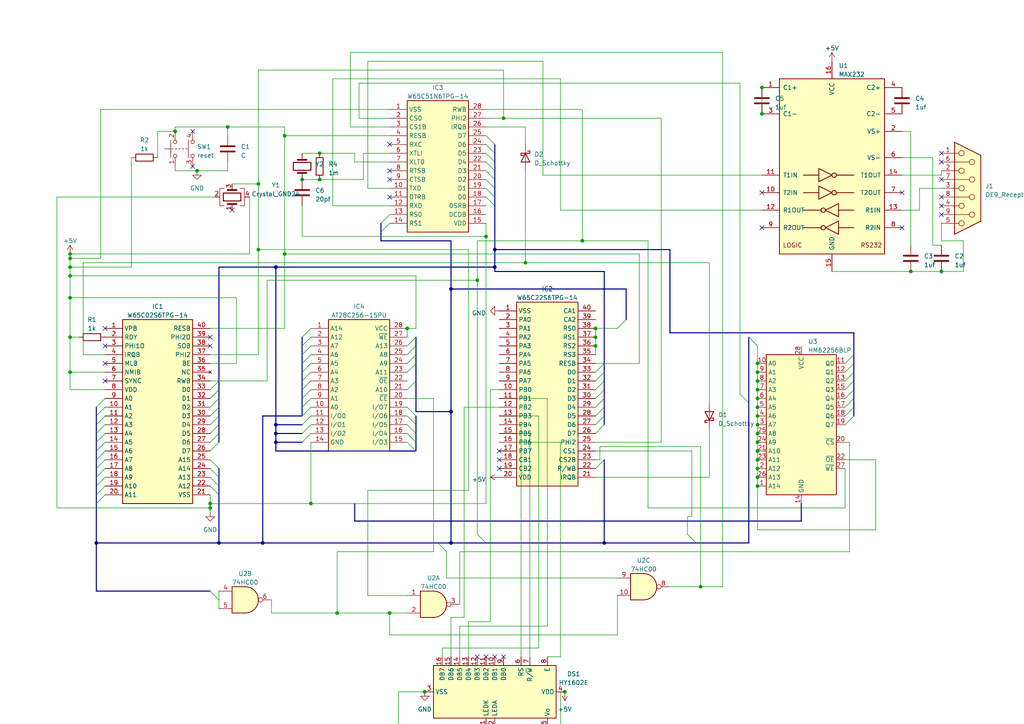
<source format=kicad_sch>
(kicad_sch (version 20230121) (generator eeschema)
  (paper "A4")
  (lib_symbols
    (symbol "74xx:74HC00" (pin_names (offset 1.016))
      (property "Reference" "U" (at 0 1.27 0))
      (property "Value" "74HC00" (at 0 -1.27 0))
      (symbol "74HC00_1_1"
        (pin input line (at -7.62 2.54 0) (length 3.81) (name "~") (number "1"))
        (pin input line (at -7.62 -2.54 0) (length 3.81) (name "~") (number "2"))
        (pin output inverted (at 7.62 0 180) (length 3.81) (name "~") (number "3"))
      )
      (symbol "74HC00_1_2"
        (pin input inverted (at -7.62 2.54 0) (length 4.318) (name "~") (number "1"))
        (pin input inverted (at -7.62 -2.54 0) (length 4.318) (name "~") (number "2"))
        (pin output line (at 7.62 0 180) (length 3.81) (name "~") (number "3"))
      )
      (symbol "74HC00_2_1"
        (pin input line (at -7.62 2.54 0) (length 3.81) (name "~") (number "4"))
        (pin input line (at -7.62 -2.54 0) (length 3.81) (name "~") (number "5"))
        (pin output inverted (at 7.62 0 180) (length 3.81) (name "~") (number "6"))
      )
      (symbol "74HC00_2_2"
        (pin input inverted (at -7.62 2.54 0) (length 4.318) (name "~") (number "4"))
        (pin input inverted (at -7.62 -2.54 0) (length 4.318) (name "~") (number "5"))
        (pin output line (at 7.62 0 180) (length 3.81) (name "~") (number "6"))
      )
      (symbol "74HC00_3_1"
        (pin input line (at -7.62 -2.54 0) (length 3.81) (name "~") (number "10"))
        (pin output inverted (at 7.62 0 180) (length 3.81) (name "~") (number "8"))
        (pin input line (at -7.62 2.54 0) (length 3.81) (name "~") (number "9"))
      )
      (symbol "74HC00_3_2"
        (pin input inverted (at -7.62 -2.54 0) (length 4.318) (name "~") (number "10"))
        (pin output line (at 7.62 0 180) (length 3.81) (name "~") (number "8"))
        (pin input inverted (at -7.62 2.54 0) (length 4.318) (name "~") (number "9"))
      )
      (symbol "74HC00_4_1"
        (pin output inverted (at 7.62 0 180) (length 3.81) (name "~") (number "11"))
        (pin input line (at -7.62 2.54 0) (length 3.81) (name "~") (number "12"))
        (pin input line (at -7.62 -2.54 0) (length 3.81) (name "~") (number "13"))
      )
      (symbol "74HC00_4_2"
        (pin output line (at 7.62 0 180) (length 3.81) (name "~") (number "11"))
        (pin input inverted (at -7.62 2.54 0) (length 4.318) (name "~") (number "12"))
        (pin input inverted (at -7.62 -2.54 0) (length 4.318) (name "~") (number "13"))
      )
      (symbol "74HC00_5_0"
        (pin power_in line (at 0 12.7 270) (length 5.08) (name "VCC") (number "14"))
        (pin power_in line (at 0 -12.7 90) (length 5.08) (name "GND") (number "7"))
      )
    )
    (symbol "Connector:DE9_Receptacle" (pin_names (offset 1.016) hide)
      (property "Reference" "J" (at 0 13.97 0))
      (property "Value" "DE9_Receptacle" (at 0 -14.605 0))
      (symbol "DE9_Receptacle_1_1"
        (pin passive line (at -7.62 10.16 0) (length 3.81) (name "1") (number "1"))
        (pin passive line (at -7.62 5.08 0) (length 3.81) (name "2") (number "2"))
        (pin passive line (at -7.62 0 0) (length 3.81) (name "3") (number "3"))
        (pin passive line (at -7.62 -5.08 0) (length 3.81) (name "4") (number "4"))
        (pin passive line (at -7.62 -10.16 0) (length 3.81) (name "5") (number "5"))
        (pin passive line (at -7.62 7.62 0) (length 3.81) (name "6") (number "6"))
        (pin passive line (at -7.62 2.54 0) (length 3.81) (name "7") (number "7"))
        (pin passive line (at -7.62 -2.54 0) (length 3.81) (name "8") (number "8"))
        (pin passive line (at -7.62 -7.62 0) (length 3.81) (name "9") (number "9"))
      )
    )
    (symbol "Device:C" (pin_numbers hide) (pin_names (offset 0.254))
      (property "Reference" "C" (at 0.635 2.54 0))
      (property "Value" "C" (at 0.635 -2.54 0))
      (symbol "C_1_1"
        (pin passive line (at 0 3.81 270) (length 2.794) (name "~") (number "1"))
        (pin passive line (at 0 -3.81 90) (length 2.794) (name "~") (number "2"))
      )
    )
    (symbol "Device:Crystal" (pin_numbers hide) (pin_names (offset 1.016) hide)
      (property "Reference" "Y" (at 0 3.81 0))
      (property "Value" "Crystal" (at 0 -3.81 0))
      (symbol "Crystal_1_1"
        (pin passive line (at -3.81 0 0) (length 1.27) (name "1") (number "1"))
        (pin passive line (at 3.81 0 180) (length 1.27) (name "2") (number "2"))
      )
    )
    (symbol "Device:Crystal_GND24" (pin_names (offset 1.016) hide)
      (property "Reference" "Y" (at 3.175 5.08 0))
      (property "Value" "Crystal_GND24" (at 3.175 3.175 0))
      (symbol "Crystal_GND24_1_1"
        (pin passive line (at -3.81 0 0) (length 1.27) (name "1") (number "1"))
        (pin passive line (at 0 5.08 270) (length 1.27) (name "2") (number "2"))
        (pin passive line (at 3.81 0 180) (length 1.27) (name "3") (number "3"))
        (pin passive line (at 0 -5.08 90) (length 1.27) (name "4") (number "4"))
      )
    )
    (symbol "Device:D_Schottky" (pin_numbers hide) (pin_names (offset 1.016) hide)
      (property "Reference" "D" (at 0 2.54 0))
      (property "Value" "D_Schottky" (at 0 -2.54 0))
      (symbol "D_Schottky_1_1"
        (pin passive line (at -3.81 0 0) (length 2.54) (name "K") (number "1"))
        (pin passive line (at 3.81 0 180) (length 2.54) (name "A") (number "2"))
      )
    )
    (symbol "Device:R" (pin_numbers hide) (pin_names (offset 0))
      (property "Reference" "R" (at 2.032 0 90))
      (property "Value" "R" (at 0 0 90))
      (symbol "R_1_1"
        (pin passive line (at 0 3.81 270) (length 1.27) (name "~") (number "1"))
        (pin passive line (at 0 -3.81 90) (length 1.27) (name "~") (number "2"))
      )
    )
    (symbol "Display_Character:HY1602E"
      (property "Reference" "DS" (at -6.096 19.05 0))
      (property "Value" "HY1602E" (at 5.08 19.05 0))
      (symbol "HY1602E_1_1"
        (pin passive line (at 10.16 -2.54 180) (length 2.54) (name "LEDK") (number "1"))
        (pin bidirectional line (at -10.16 0 0) (length 2.54) (name "DB1") (number "10"))
        (pin bidirectional line (at -10.16 -2.54 0) (length 2.54) (name "DB2") (number "11"))
        (pin bidirectional line (at -10.16 -5.08 0) (length 2.54) (name "DB3") (number "12"))
        (pin bidirectional line (at -10.16 -7.62 0) (length 2.54) (name "DB4") (number "13"))
        (pin bidirectional line (at -10.16 -10.16 0) (length 2.54) (name "DB5") (number "14"))
        (pin bidirectional line (at -10.16 -12.7 0) (length 2.54) (name "DB6") (number "15"))
        (pin bidirectional line (at -10.16 -15.24 0) (length 2.54) (name "DB7") (number "16"))
        (pin passive line (at 10.16 0 180) (length 2.54) (name "LEDA") (number "2"))
        (pin power_in line (at 0 -20.32 90) (length 2.54) (name "VSS") (number "3"))
        (pin power_in line (at 0 20.32 270) (length 2.54) (name "VDD") (number "4"))
        (pin input line (at 10.16 15.24 180) (length 2.54) (name "Vo") (number "5"))
        (pin input line (at -10.16 7.62 0) (length 2.54) (name "RS") (number "6"))
        (pin input line (at -10.16 10.16 0) (length 2.54) (name "R/~{W}") (number "7"))
        (pin input line (at -10.16 15.24 0) (length 2.54) (name "E") (number "8"))
        (pin bidirectional line (at -10.16 2.54 0) (length 2.54) (name "DB0") (number "9"))
      )
    )
    (symbol "Interface_UART:MAX232" (pin_names (offset 1.016))
      (property "Reference" "U" (at -2.54 28.575 0))
      (property "Value" "MAX232" (at -2.54 26.67 0))
      (symbol "MAX232_0_0"
        (text "LOGIC" (at -11.43 -22.86 0) (effects (font (size 1.27 1.27))))
        (text "RS232" (at 11.43 -22.86 0) (effects (font (size 1.27 1.27))))
      )
      (symbol "MAX232_1_1"
        (pin passive line (at -20.32 22.86 0) (length 5.08) (name "C1+") (number "1"))
        (pin input line (at -20.32 -7.62 0) (length 5.08) (name "T2IN") (number "10"))
        (pin input line (at -20.32 -2.54 0) (length 5.08) (name "T1IN") (number "11"))
        (pin output line (at -20.32 -12.7 0) (length 5.08) (name "R1OUT") (number "12"))
        (pin input line (at 20.32 -12.7 180) (length 5.08) (name "R1IN") (number "13"))
        (pin output line (at 20.32 -2.54 180) (length 5.08) (name "T1OUT") (number "14"))
        (pin power_in line (at 0 -30.48 90) (length 5.08) (name "GND") (number "15"))
        (pin power_in line (at 0 30.48 270) (length 5.08) (name "VCC") (number "16"))
        (pin power_out line (at 20.32 10.16 180) (length 5.08) (name "VS+") (number "2"))
        (pin passive line (at -20.32 15.24 0) (length 5.08) (name "C1-") (number "3"))
        (pin passive line (at 20.32 22.86 180) (length 5.08) (name "C2+") (number "4"))
        (pin passive line (at 20.32 15.24 180) (length 5.08) (name "C2-") (number "5"))
        (pin power_out line (at 20.32 2.54 180) (length 5.08) (name "VS-") (number "6"))
        (pin output line (at 20.32 -7.62 180) (length 5.08) (name "T2OUT") (number "7"))
        (pin input line (at 20.32 -17.78 180) (length 5.08) (name "R2IN") (number "8"))
        (pin output line (at -20.32 -17.78 0) (length 5.08) (name "R2OUT") (number "9"))
      )
    )
    (symbol "Memory_RAM:HM62256BLP"
      (property "Reference" "U" (at -10.16 20.955 0))
      (property "Value" "HM62256BLP" (at 2.54 20.955 0))
      (symbol "HM62256BLP_0_0"
        (pin power_in line (at 0 -22.86 90) (length 2.54) (name "GND") (number "14"))
        (pin power_in line (at 0 22.86 270) (length 2.54) (name "VCC") (number "28"))
      )
      (symbol "HM62256BLP_1_1"
        (pin input line (at -12.7 -17.78 0) (length 2.54) (name "A14") (number "1"))
        (pin input line (at -12.7 17.78 0) (length 2.54) (name "A0") (number "10"))
        (pin tri_state line (at 12.7 17.78 180) (length 2.54) (name "Q0") (number "11"))
        (pin tri_state line (at 12.7 15.24 180) (length 2.54) (name "Q1") (number "12"))
        (pin tri_state line (at 12.7 12.7 180) (length 2.54) (name "Q2") (number "13"))
        (pin tri_state line (at 12.7 10.16 180) (length 2.54) (name "Q3") (number "15"))
        (pin tri_state line (at 12.7 7.62 180) (length 2.54) (name "Q4") (number "16"))
        (pin tri_state line (at 12.7 5.08 180) (length 2.54) (name "Q5") (number "17"))
        (pin tri_state line (at 12.7 2.54 180) (length 2.54) (name "Q6") (number "18"))
        (pin tri_state line (at 12.7 0 180) (length 2.54) (name "Q7") (number "19"))
        (pin input line (at -12.7 -12.7 0) (length 2.54) (name "A12") (number "2"))
        (pin input line (at 12.7 -5.08 180) (length 2.54) (name "~{CS}") (number "20"))
        (pin input line (at -12.7 -7.62 0) (length 2.54) (name "A10") (number "21"))
        (pin input line (at 12.7 -10.16 180) (length 2.54) (name "~{OE}") (number "22"))
        (pin input line (at -12.7 -10.16 0) (length 2.54) (name "A11") (number "23"))
        (pin input line (at -12.7 -5.08 0) (length 2.54) (name "A9") (number "24"))
        (pin input line (at -12.7 -2.54 0) (length 2.54) (name "A8") (number "25"))
        (pin input line (at -12.7 -15.24 0) (length 2.54) (name "A13") (number "26"))
        (pin input line (at 12.7 -12.7 180) (length 2.54) (name "~{WE}") (number "27"))
        (pin input line (at -12.7 0 0) (length 2.54) (name "A7") (number "3"))
        (pin input line (at -12.7 2.54 0) (length 2.54) (name "A6") (number "4"))
        (pin input line (at -12.7 5.08 0) (length 2.54) (name "A5") (number "5"))
        (pin input line (at -12.7 7.62 0) (length 2.54) (name "A4") (number "6"))
        (pin input line (at -12.7 10.16 0) (length 2.54) (name "A3") (number "7"))
        (pin input line (at -12.7 12.7 0) (length 2.54) (name "A2") (number "8"))
        (pin input line (at -12.7 15.24 0) (length 2.54) (name "A1") (number "9"))
      )
    )
    (symbol "New_Library:AT28C256-15PU"
      (property "Reference" "IC" (at 24.13 7.62 0))
      (property "Value" "AT28C256-15PU" (at 24.13 5.08 0))
      (symbol "AT28C256-15PU_1_1"
        (pin passive line (at 0 0 0) (length 5.08) (name "A14") (number "1"))
        (pin passive line (at 0 -22.86 0) (length 5.08) (name "A0") (number "10"))
        (pin passive line (at 0 -25.4 0) (length 5.08) (name "I/O0") (number "11"))
        (pin passive line (at 0 -27.94 0) (length 5.08) (name "I/O1") (number "12"))
        (pin passive line (at 0 -30.48 0) (length 5.08) (name "I/O2") (number "13"))
        (pin passive line (at 0 -33.02 0) (length 5.08) (name "GND") (number "14"))
        (pin passive line (at 27.94 -33.02 180) (length 5.08) (name "I/O3") (number "15"))
        (pin passive line (at 27.94 -30.48 180) (length 5.08) (name "I/O4") (number "16"))
        (pin passive line (at 27.94 -27.94 180) (length 5.08) (name "I/O5") (number "17"))
        (pin passive line (at 27.94 -25.4 180) (length 5.08) (name "I/O6") (number "18"))
        (pin passive line (at 27.94 -22.86 180) (length 5.08) (name "I/O7") (number "19"))
        (pin passive line (at 0 -2.54 0) (length 5.08) (name "A12") (number "2"))
        (pin passive line (at 27.94 -20.32 180) (length 5.08) (name "~{CE}") (number "20"))
        (pin passive line (at 27.94 -17.78 180) (length 5.08) (name "A10") (number "21"))
        (pin passive line (at 27.94 -15.24 180) (length 5.08) (name "~{OE}") (number "22"))
        (pin passive line (at 27.94 -12.7 180) (length 5.08) (name "A11") (number "23"))
        (pin passive line (at 27.94 -10.16 180) (length 5.08) (name "A9") (number "24"))
        (pin passive line (at 27.94 -7.62 180) (length 5.08) (name "A8") (number "25"))
        (pin passive line (at 27.94 -5.08 180) (length 5.08) (name "A13") (number "26"))
        (pin passive line (at 27.94 -2.54 180) (length 5.08) (name "~{WE}") (number "27"))
        (pin passive line (at 27.94 0 180) (length 5.08) (name "VCC") (number "28"))
        (pin passive line (at 0 -5.08 0) (length 5.08) (name "A7") (number "3"))
        (pin passive line (at 0 -7.62 0) (length 5.08) (name "A6") (number "4"))
        (pin passive line (at 0 -10.16 0) (length 5.08) (name "A5") (number "5"))
        (pin passive line (at 0 -12.7 0) (length 5.08) (name "A4") (number "6"))
        (pin passive line (at 0 -15.24 0) (length 5.08) (name "A3") (number "7"))
        (pin passive line (at 0 -17.78 0) (length 5.08) (name "A2") (number "8"))
        (pin passive line (at 0 -20.32 0) (length 5.08) (name "A1") (number "9"))
      )
    )
    (symbol "New_Library:W65C02S6TPG-14"
      (property "Reference" "IC" (at 26.67 7.62 0))
      (property "Value" "W65C02S6TPG-14" (at 26.67 5.08 0))
      (symbol "W65C02S6TPG-14_1_1"
        (pin passive line (at 0 0 0) (length 5.08) (name "VPB") (number "1"))
        (pin output line (at 0 -22.86 0) (length 5.08) (name "A1") (number "10"))
        (pin output line (at 0 -25.4 0) (length 5.08) (name "A2") (number "11"))
        (pin output line (at 0 -27.94 0) (length 5.08) (name "A3") (number "12"))
        (pin output line (at 0 -30.48 0) (length 5.08) (name "A4") (number "13"))
        (pin output line (at 0 -33.02 0) (length 5.08) (name "A5") (number "14"))
        (pin output line (at 0 -35.56 0) (length 5.08) (name "A6") (number "15"))
        (pin output line (at 0 -38.1 0) (length 5.08) (name "A7") (number "16"))
        (pin output line (at 0 -40.64 0) (length 5.08) (name "A8") (number "17"))
        (pin output line (at 0 -43.18 0) (length 5.08) (name "A9") (number "18"))
        (pin output line (at 0 -45.72 0) (length 5.08) (name "A10") (number "19"))
        (pin passive line (at 0 -2.54 0) (length 5.08) (name "RDY") (number "2"))
        (pin output line (at 0 -48.26 0) (length 5.08) (name "A11") (number "20"))
        (pin power_in line (at 30.48 -48.26 180) (length 5.08) (name "VSS") (number "21"))
        (pin output line (at 30.48 -45.72 180) (length 5.08) (name "A12") (number "22"))
        (pin output line (at 30.48 -43.18 180) (length 5.08) (name "A13") (number "23"))
        (pin output line (at 30.48 -40.64 180) (length 5.08) (name "A14") (number "24"))
        (pin output line (at 30.48 -38.1 180) (length 5.08) (name "A15") (number "25"))
        (pin output line (at 30.48 -35.56 180) (length 5.08) (name "D7") (number "26"))
        (pin output line (at 30.48 -33.02 180) (length 5.08) (name "D6") (number "27"))
        (pin output line (at 30.48 -30.48 180) (length 5.08) (name "D5") (number "28"))
        (pin output line (at 30.48 -27.94 180) (length 5.08) (name "D4") (number "29"))
        (pin passive line (at 0 -5.08 0) (length 5.08) (name "PHI1O") (number "3"))
        (pin output line (at 30.48 -25.4 180) (length 5.08) (name "D3") (number "30"))
        (pin output line (at 30.48 -22.86 180) (length 5.08) (name "D2") (number "31"))
        (pin output line (at 30.48 -20.32 180) (length 5.08) (name "D1") (number "32"))
        (pin output line (at 30.48 -17.78 180) (length 5.08) (name "D0") (number "33"))
        (pin output line (at 30.48 -15.24 180) (length 5.08) (name "RWB") (number "34"))
        (pin no_connect line (at 30.48 -12.7 180) (length 5.08) (name "NC") (number "35"))
        (pin passive line (at 30.48 -10.16 180) (length 5.08) (name "BE") (number "36"))
        (pin passive line (at 30.48 -7.62 180) (length 5.08) (name "PHI2") (number "37"))
        (pin passive line (at 30.48 -5.08 180) (length 5.08) (name "SOB") (number "38"))
        (pin passive line (at 30.48 -2.54 180) (length 5.08) (name "PHI2O") (number "39"))
        (pin input line (at 0 -7.62 0) (length 5.08) (name "IRQB") (number "4"))
        (pin input line (at 30.48 0 180) (length 5.08) (name "RESB") (number "40"))
        (pin passive line (at 0 -10.16 0) (length 5.08) (name "MLB") (number "5"))
        (pin input line (at 0 -12.7 0) (length 5.08) (name "NMIB") (number "6"))
        (pin output line (at 0 -15.24 0) (length 5.08) (name "SYNC") (number "7"))
        (pin power_in line (at 0 -17.78 0) (length 5.08) (name "VDD") (number "8"))
        (pin output line (at 0 -20.32 0) (length 5.08) (name "A0") (number "9"))
      )
    )
    (symbol "New_Library:W65C22S6TPG-14"
      (property "Reference" "IC" (at 24.13 7.62 0))
      (property "Value" "W65C22S6TPG-14" (at 24.13 5.08 0))
      (symbol "W65C22S6TPG-14_1_1"
        (pin passive line (at 0 0 0) (length 5.08) (name "VSS") (number "1"))
        (pin passive line (at 0 -22.86 0) (length 5.08) (name "PB0") (number "10"))
        (pin passive line (at 0 -25.4 0) (length 5.08) (name "PB1") (number "11"))
        (pin passive line (at 0 -27.94 0) (length 5.08) (name "PB2") (number "12"))
        (pin passive line (at 0 -30.48 0) (length 5.08) (name "PB3") (number "13"))
        (pin passive line (at 0 -33.02 0) (length 5.08) (name "PB4") (number "14"))
        (pin passive line (at 0 -35.56 0) (length 5.08) (name "PB5") (number "15"))
        (pin passive line (at 0 -38.1 0) (length 5.08) (name "PB6") (number "16"))
        (pin passive line (at 0 -40.64 0) (length 5.08) (name "PB7") (number "17"))
        (pin passive line (at 0 -43.18 0) (length 5.08) (name "CB1") (number "18"))
        (pin passive line (at 0 -45.72 0) (length 5.08) (name "CB2") (number "19"))
        (pin passive line (at 0 -2.54 0) (length 5.08) (name "PA0") (number "2"))
        (pin passive line (at 0 -48.26 0) (length 5.08) (name "VDD") (number "20"))
        (pin passive line (at 27.94 -48.26 180) (length 5.08) (name "IRQB") (number "21"))
        (pin passive line (at 27.94 -45.72 180) (length 5.08) (name "R/WB") (number "22"))
        (pin passive line (at 27.94 -43.18 180) (length 5.08) (name "CS2B") (number "23"))
        (pin passive line (at 27.94 -40.64 180) (length 5.08) (name "CS1") (number "24"))
        (pin passive line (at 27.94 -38.1 180) (length 5.08) (name "PHI2") (number "25"))
        (pin passive line (at 27.94 -35.56 180) (length 5.08) (name "D7") (number "26"))
        (pin passive line (at 27.94 -33.02 180) (length 5.08) (name "D6") (number "27"))
        (pin passive line (at 27.94 -30.48 180) (length 5.08) (name "D5") (number "28"))
        (pin passive line (at 27.94 -27.94 180) (length 5.08) (name "D4") (number "29"))
        (pin passive line (at 0 -5.08 0) (length 5.08) (name "PA1") (number "3"))
        (pin passive line (at 27.94 -25.4 180) (length 5.08) (name "D3") (number "30"))
        (pin passive line (at 27.94 -22.86 180) (length 5.08) (name "D2") (number "31"))
        (pin passive line (at 27.94 -20.32 180) (length 5.08) (name "D1") (number "32"))
        (pin passive line (at 27.94 -17.78 180) (length 5.08) (name "D0") (number "33"))
        (pin passive line (at 27.94 -15.24 180) (length 5.08) (name "RESB") (number "34"))
        (pin passive line (at 27.94 -12.7 180) (length 5.08) (name "RS3") (number "35"))
        (pin passive line (at 27.94 -10.16 180) (length 5.08) (name "RS2") (number "36"))
        (pin passive line (at 27.94 -7.62 180) (length 5.08) (name "RS1") (number "37"))
        (pin passive line (at 27.94 -5.08 180) (length 5.08) (name "RS0") (number "38"))
        (pin passive line (at 27.94 -2.54 180) (length 5.08) (name "CA2") (number "39"))
        (pin passive line (at 0 -7.62 0) (length 5.08) (name "PA2") (number "4"))
        (pin passive line (at 27.94 0 180) (length 5.08) (name "CA1") (number "40"))
        (pin passive line (at 0 -10.16 0) (length 5.08) (name "PA3") (number "5"))
        (pin passive line (at 0 -12.7 0) (length 5.08) (name "PA4") (number "6"))
        (pin passive line (at 0 -15.24 0) (length 5.08) (name "PA5") (number "7"))
        (pin passive line (at 0 -17.78 0) (length 5.08) (name "PA6") (number "8"))
        (pin passive line (at 0 -20.32 0) (length 5.08) (name "PA7") (number "9"))
      )
    )
    (symbol "New_Library:W65C51N6TPG-14"
      (property "Reference" "IC" (at 24.13 7.62 0))
      (property "Value" "W65C51N6TPG-14" (at 24.13 5.08 0))
      (symbol "W65C51N6TPG-14_1_1"
        (pin passive line (at 0 0 0) (length 5.08) (name "VSS") (number "1"))
        (pin passive line (at 0 -22.86 0) (length 5.08) (name "TXD") (number "10"))
        (pin passive line (at 0 -25.4 0) (length 5.08) (name "DTRB") (number "11"))
        (pin passive line (at 0 -27.94 0) (length 5.08) (name "RXD") (number "12"))
        (pin passive line (at 0 -30.48 0) (length 5.08) (name "RS0") (number "13"))
        (pin passive line (at 0 -33.02 0) (length 5.08) (name "RS1") (number "14"))
        (pin passive line (at 27.94 -33.02 180) (length 5.08) (name "VDD") (number "15"))
        (pin passive line (at 27.94 -30.48 180) (length 5.08) (name "DCDB") (number "16"))
        (pin passive line (at 27.94 -27.94 180) (length 5.08) (name "DSRB") (number "17"))
        (pin passive line (at 27.94 -25.4 180) (length 5.08) (name "D0") (number "18"))
        (pin passive line (at 27.94 -22.86 180) (length 5.08) (name "D1") (number "19"))
        (pin passive line (at 0 -2.54 0) (length 5.08) (name "CS0") (number "2"))
        (pin passive line (at 27.94 -20.32 180) (length 5.08) (name "D2") (number "20"))
        (pin passive line (at 27.94 -17.78 180) (length 5.08) (name "D3") (number "21"))
        (pin passive line (at 27.94 -15.24 180) (length 5.08) (name "D4") (number "22"))
        (pin passive line (at 27.94 -12.7 180) (length 5.08) (name "D5") (number "23"))
        (pin passive line (at 27.94 -10.16 180) (length 5.08) (name "D6") (number "24"))
        (pin passive line (at 27.94 -7.62 180) (length 5.08) (name "D7") (number "25"))
        (pin passive line (at 27.94 -5.08 180) (length 5.08) (name "IRQB") (number "26"))
        (pin passive line (at 27.94 -2.54 180) (length 5.08) (name "PHI2") (number "27"))
        (pin passive line (at 27.94 0 180) (length 5.08) (name "RWB") (number "28"))
        (pin passive line (at 0 -5.08 0) (length 5.08) (name "CS1B") (number "3"))
        (pin passive line (at 0 -7.62 0) (length 5.08) (name "RESB") (number "4"))
        (pin passive line (at 0 -10.16 0) (length 5.08) (name "RXC") (number "5"))
        (pin passive line (at 0 -12.7 0) (length 5.08) (name "XTLI") (number "6"))
        (pin passive line (at 0 -15.24 0) (length 5.08) (name "XLT0") (number "7"))
        (pin passive line (at 0 -17.78 0) (length 5.08) (name "RTSB") (number "8"))
        (pin passive line (at 0 -20.32 0) (length 5.08) (name "CTSB") (number "9"))
      )
    )
    (symbol "Switch:SW_Push_Dual" (pin_names (offset 1.016) hide)
      (property "Reference" "SW" (at 1.27 2.54 0))
      (property "Value" "SW_Push_Dual" (at 0 -6.858 0))
      (symbol "SW_Push_Dual_0_1"
        (pin passive line (at -5.08 0 0) (length 2.54) (name "1") (number "1"))
        (pin passive line (at 5.08 0 180) (length 2.54) (name "2") (number "2"))
        (pin passive line (at -5.08 -5.08 0) (length 2.54) (name "3") (number "3"))
        (pin passive line (at 5.08 -5.08 180) (length 2.54) (name "4") (number "4"))
      )
    )
    (symbol "power:+5V" (power) (pin_names (offset 0))
      (property "Value" "+5V" (at 0 3.556 0))
      (symbol "+5V_1_1"
        (pin power_in line (at 0 0 90) (length 0) hide (name "+5V") (number "1"))
      )
    )
    (symbol "power:GND" (power) (pin_names (offset 0))
      (property "Value" "GND" (at 0 -3.81 0))
      (symbol "GND_1_1"
        (pin power_in line (at 0 0 270) (length 0) hide (name "GND") (number "1"))
      )
    )
  )
  (junction (at 172.72 97.79))
  (junction (at 219.71 110.49))
  (junction (at 90.17 146.05))
  (junction (at 87.63 52.07))
  (junction (at 219.71 128.27))
  (junction (at 74.93 53.34))
  (junction (at 219.71 138.43))
  (junction (at 80.01 125.73))
  (junction (at 203.2 170.18))
  (junction (at 175.26 157.48))
  (junction (at 172.72 100.33))
  (junction (at 27.94 157.48))
  (junction (at 20.32 74.93))
  (junction (at 130.81 157.48))
  (junction (at 60.96 147.32))
  (junction (at 143.51 77.47))
  (junction (at 20.32 107.95))
  (junction (at 92.71 44.45))
  (junction (at 273.05 78.74))
  (junction (at 20.32 97.79))
  (junction (at 20.32 80.01))
  (junction (at 57.15 49.53))
  (junction (at 219.71 130.81))
  (junction (at 219.71 133.35))
  (junction (at 264.16 78.74))
  (junction (at 63.5 157.48))
  (junction (at 118.11 95.25))
  (junction (at 140.97 68.58))
  (junction (at 163.83 200.66))
  (junction (at 82.55 73.66))
  (junction (at 113.03 177.8))
  (junction (at 80.01 123.19))
  (junction (at 60.96 146.05))
  (junction (at 219.71 125.73))
  (junction (at 220.98 25.4))
  (junction (at 219.71 105.41))
  (junction (at 20.32 86.36))
  (junction (at 172.72 95.25))
  (junction (at 219.71 123.19))
  (junction (at 219.71 113.03))
  (junction (at 82.55 39.37))
  (junction (at 50.8 38.1))
  (junction (at 152.4 76.2))
  (junction (at 138.43 81.28))
  (junction (at 219.71 140.97))
  (junction (at 146.05 34.29))
  (junction (at 74.93 72.39))
  (junction (at 219.71 118.11))
  (junction (at 92.71 52.07))
  (junction (at 66.04 36.83))
  (junction (at 140.97 226.06))
  (junction (at 219.71 135.89))
  (junction (at 130.81 119.38))
  (junction (at 219.71 115.57))
  (junction (at 123.19 200.66))
  (junction (at 219.71 107.95))
  (junction (at 76.2 157.48))
  (junction (at 20.32 73.66))
  (junction (at 168.91 69.85))
  (junction (at 130.81 83.82))
  (junction (at 220.98 33.02))
  (junction (at 219.71 120.65))
  (junction (at 97.79 177.8))
  (junction (at 80.01 77.47))
  (junction (at 20.32 77.47))
  (junction (at 143.51 72.39))
  (junction (at 80.01 128.27))
  (no_connect (at 30.48 110.49))
  (no_connect (at 273.05 52.07))
  (no_connect (at 273.05 57.15))
  (no_connect (at 113.03 41.91))
  (no_connect (at 55.88 48.26))
  (no_connect (at 143.51 190.5))
  (no_connect (at 113.03 57.15))
  (no_connect (at 146.05 190.5))
  (no_connect (at 220.98 66.04))
  (no_connect (at 144.78 135.89))
  (no_connect (at 144.78 130.81))
  (no_connect (at 30.48 100.33))
  (no_connect (at 140.97 190.5))
  (no_connect (at 60.96 97.79))
  (no_connect (at 30.48 95.25))
  (no_connect (at 144.78 133.35))
  (no_connect (at 67.31 60.96))
  (no_connect (at 220.98 55.88))
  (no_connect (at 273.05 46.99))
  (no_connect (at 55.88 38.1))
  (no_connect (at 60.96 100.33))
  (no_connect (at 113.03 52.07))
  (no_connect (at 261.62 55.88))
  (no_connect (at 162.56 226.06))
  (no_connect (at 273.05 62.23))
  (no_connect (at 113.03 49.53))
  (no_connect (at 273.05 44.45))
  (no_connect (at 261.62 66.04))
  (no_connect (at 138.43 190.5))
  (no_connect (at 30.48 105.41))
  (no_connect (at 273.05 59.69))
  (bus_entry (at 60.96 123.19) (size 2.54 -2.54))
  (bus_entry (at 27.94 118.11) (size 2.54 -2.54))
  (bus_entry (at 172.72 125.73) (size 2.54 -2.54))
  (bus_entry (at 118.11 102.87) (size 2.54 -2.54))
  (bus_entry (at 27.94 125.73) (size 2.54 -2.54))
  (bus_entry (at 118.11 120.65) (size 2.54 2.54))
  (bus_entry (at 27.94 138.43) (size 2.54 -2.54))
  (bus_entry (at 118.11 107.95) (size 2.54 -2.54))
  (bus_entry (at 118.11 125.73) (size 2.54 2.54))
  (bus_entry (at 172.72 135.89) (size 2.54 -2.54))
  (bus_entry (at 127 157.48) (size 2.54 2.54))
  (bus_entry (at 110.49 64.77) (size 2.54 -2.54))
  (bus_entry (at 90.17 120.65) (size -2.54 2.54))
  (bus_entry (at 140.97 44.45) (size 2.54 2.54))
  (bus_entry (at 60.96 135.89) (size 2.54 2.54))
  (bus_entry (at 90.17 118.11) (size -2.54 2.54))
  (bus_entry (at 90.17 102.87) (size -2.54 2.54))
  (bus_entry (at 90.17 97.79) (size -2.54 2.54))
  (bus_entry (at 27.94 140.97) (size 2.54 -2.54))
  (bus_entry (at 140.97 41.91) (size 2.54 2.54))
  (bus_entry (at 245.11 107.95) (size 2.54 -2.54))
  (bus_entry (at 90.17 113.03) (size -2.54 2.54))
  (bus_entry (at 27.94 123.19) (size 2.54 -2.54))
  (bus_entry (at 217.17 97.79) (size 2.54 2.54))
  (bus_entry (at 245.11 113.03) (size 2.54 -2.54))
  (bus_entry (at 118.11 128.27) (size 2.54 2.54))
  (bus_entry (at 140.97 49.53) (size 2.54 2.54))
  (bus_entry (at 172.72 110.49) (size 2.54 -2.54))
  (bus_entry (at 60.96 133.35) (size 2.54 2.54))
  (bus_entry (at 118.11 123.19) (size 2.54 2.54))
  (bus_entry (at 199.39 154.94) (size 2.54 2.54))
  (bus_entry (at 245.11 110.49) (size 2.54 -2.54))
  (bus_entry (at 60.96 115.57) (size 2.54 -2.54))
  (bus_entry (at 140.97 54.61) (size 2.54 2.54))
  (bus_entry (at 60.96 120.65) (size 2.54 -2.54))
  (bus_entry (at 245.11 118.11) (size 2.54 -2.54))
  (bus_entry (at 140.97 39.37) (size 2.54 2.54))
  (bus_entry (at 172.72 123.19) (size 2.54 -2.54))
  (bus_entry (at 140.97 57.15) (size 2.54 2.54))
  (bus_entry (at 60.96 140.97) (size 2.54 2.54))
  (bus_entry (at 27.94 135.89) (size 2.54 -2.54))
  (bus_entry (at 60.96 125.73) (size 2.54 -2.54))
  (bus_entry (at 27.94 143.51) (size 2.54 -2.54))
  (bus_entry (at 110.49 67.31) (size 2.54 -2.54))
  (bus_entry (at 245.11 115.57) (size 2.54 -2.54))
  (bus_entry (at 90.17 105.41) (size -2.54 2.54))
  (bus_entry (at 90.17 107.95) (size -2.54 2.54))
  (bus_entry (at 214.63 114.3) (size 2.54 2.54))
  (bus_entry (at 172.72 120.65) (size 2.54 -2.54))
  (bus_entry (at 140.97 46.99) (size 2.54 2.54))
  (bus_entry (at 172.72 113.03) (size 2.54 -2.54))
  (bus_entry (at 60.96 113.03) (size 2.54 -2.54))
  (bus_entry (at 60.96 130.81) (size 2.54 -2.54))
  (bus_entry (at 179.07 95.25) (size 2.54 -2.54))
  (bus_entry (at 60.96 138.43) (size 2.54 2.54))
  (bus_entry (at 60.96 118.11) (size 2.54 -2.54))
  (bus_entry (at 118.11 118.11) (size 2.54 2.54))
  (bus_entry (at 27.94 130.81) (size 2.54 -2.54))
  (bus_entry (at 90.17 125.73) (size -2.54 2.54))
  (bus_entry (at 90.17 95.25) (size -2.54 2.54))
  (bus_entry (at 27.94 128.27) (size 2.54 -2.54))
  (bus_entry (at 118.11 100.33) (size 2.54 -2.54))
  (bus_entry (at 245.11 105.41) (size 2.54 -2.54))
  (bus_entry (at 118.11 105.41) (size 2.54 -2.54))
  (bus_entry (at 90.17 110.49) (size -2.54 2.54))
  (bus_entry (at 27.94 146.05) (size 2.54 -2.54))
  (bus_entry (at 138.43 154.94) (size 2.54 2.54))
  (bus_entry (at 27.94 120.65) (size 2.54 -2.54))
  (bus_entry (at 245.11 123.19) (size 2.54 -2.54))
  (bus_entry (at 90.17 115.57) (size -2.54 2.54))
  (bus_entry (at 90.17 100.33) (size -2.54 2.54))
  (bus_entry (at 140.97 52.07) (size 2.54 2.54))
  (bus_entry (at 172.72 118.11) (size 2.54 -2.54))
  (bus_entry (at 172.72 107.95) (size 2.54 -2.54))
  (bus_entry (at 27.94 133.35) (size 2.54 -2.54))
  (bus_entry (at 118.11 113.03) (size 2.54 -2.54))
  (bus_entry (at 60.96 171.45) (size 2.54 2.54))
  (bus_entry (at 245.11 120.65) (size 2.54 -2.54))
  (bus_entry (at 172.72 115.57) (size 2.54 -2.54))
  (bus_entry (at 60.96 128.27) (size 2.54 -2.54))
  (bus_entry (at 90.17 123.19) (size -2.54 2.54))
  (bus (pts (xy 120.65 105.41) (xy 120.65 110.49)))
  (wire (pts (xy 156.21 187.96) (xy 128.27 187.96)))
  (wire (pts (xy 90.17 128.27) (xy 90.17 146.05)))
  (wire (pts (xy 102.87 44.45) (xy 92.71 44.45)))
  (wire (pts (xy 199.39 149.86) (xy 200.66 149.86)))
  (wire (pts (xy 60.96 110.49) (xy 63.5 110.49)))
  (bus (pts (xy 102.87 151.13) (xy 232.41 151.13)))
  (wire (pts (xy 152.4 76.2) (xy 205.74 76.2)))
  (wire (pts (xy 134.62 179.07) (xy 134.62 118.11)))
  (wire (pts (xy 162.56 60.96) (xy 162.56 22.86)))
  (wire (pts (xy 140.97 36.83) (xy 152.4 36.83)))
  (wire (pts (xy 214.63 24.13) (xy 214.63 114.3)))
  (wire (pts (xy 203.2 129.54) (xy 203.2 170.18)))
  (bus (pts (xy 175.26 120.65) (xy 175.26 123.19)))
  (bus (pts (xy 80.01 77.47) (xy 80.01 123.19)))
  (wire (pts (xy 162.56 200.66) (xy 163.83 200.66)))
  (wire (pts (xy 173.99 129.54) (xy 203.2 129.54)))
  (wire (pts (xy 254 153.67) (xy 254 133.35)))
  (wire (pts (xy 143.51 218.44) (xy 162.56 218.44)))
  (wire (pts (xy 57.15 49.53) (xy 66.04 49.53)))
  (wire (pts (xy 179.07 172.72) (xy 179.07 184.15)))
  (wire (pts (xy 152.4 36.83) (xy 152.4 41.91)))
  (bus (pts (xy 247.65 115.57) (xy 247.65 113.03)))
  (wire (pts (xy 138.43 81.28) (xy 138.43 154.94)))
  (bus (pts (xy 87.63 118.11) (xy 87.63 120.65)))
  (wire (pts (xy 172.72 97.79) (xy 172.72 95.25)))
  (bus (pts (xy 247.65 105.41) (xy 247.65 102.87)))
  (wire (pts (xy 146.05 34.29) (xy 146.05 20.32)))
  (wire (pts (xy 24.13 76.2) (xy 152.4 76.2)))
  (wire (pts (xy 50.8 48.26) (xy 50.8 49.53)))
  (bus (pts (xy 143.51 41.91) (xy 143.51 44.45)))
  (wire (pts (xy 135.89 180.34) (xy 135.89 190.5)))
  (wire (pts (xy 168.91 69.85) (xy 168.91 31.75)))
  (wire (pts (xy 219.71 113.03) (xy 219.71 115.57)))
  (bus (pts (xy 110.49 67.31) (xy 110.49 69.85)))
  (wire (pts (xy 172.72 138.43) (xy 205.74 138.43)))
  (wire (pts (xy 63.5 110.49) (xy 77.47 110.49)))
  (wire (pts (xy 38.1 45.72) (xy 38.1 77.47)))
  (wire (pts (xy 168.91 69.85) (xy 187.96 69.85)))
  (wire (pts (xy 106.68 172.72) (xy 106.68 142.24)))
  (wire (pts (xy 140.97 210.82) (xy 140.97 226.06)))
  (wire (pts (xy 175.26 105.41) (xy 185.42 105.41)))
  (wire (pts (xy 219.71 153.67) (xy 254 153.67)))
  (wire (pts (xy 16.51 147.32) (xy 60.96 147.32)))
  (bus (pts (xy 27.94 143.51) (xy 27.94 146.05)))
  (bus (pts (xy 143.51 77.47) (xy 143.51 78.74)))
  (wire (pts (xy 125.73 160.02) (xy 97.79 160.02)))
  (bus (pts (xy 120.65 123.19) (xy 120.65 125.73)))
  (wire (pts (xy 219.71 130.81) (xy 219.71 133.35)))
  (wire (pts (xy 77.47 81.28) (xy 138.43 81.28)))
  (wire (pts (xy 29.21 31.75) (xy 29.21 74.93)))
  (wire (pts (xy 118.11 95.25) (xy 118.11 97.79)))
  (wire (pts (xy 20.32 80.01) (xy 20.32 86.36)))
  (bus (pts (xy 76.2 120.65) (xy 76.2 157.48)))
  (wire (pts (xy 219.71 115.57) (xy 219.71 118.11)))
  (bus (pts (xy 87.63 115.57) (xy 87.63 118.11)))
  (wire (pts (xy 264.16 78.74) (xy 241.3 78.74)))
  (bus (pts (xy 120.65 97.79) (xy 120.65 100.33)))
  (bus (pts (xy 63.5 125.73) (xy 63.5 123.19)))
  (bus (pts (xy 247.65 110.49) (xy 247.65 107.95)))
  (wire (pts (xy 78.74 177.8) (xy 97.79 177.8)))
  (wire (pts (xy 66.04 36.83) (xy 50.8 36.83)))
  (bus (pts (xy 217.17 116.84) (xy 217.17 157.48)))
  (bus (pts (xy 63.5 123.19) (xy 63.5 120.65)))
  (bus (pts (xy 120.65 110.49) (xy 120.65 119.38)))
  (wire (pts (xy 144.78 125.73) (xy 153.67 125.73)))
  (wire (pts (xy 24.13 102.87) (xy 24.13 76.2)))
  (bus (pts (xy 63.5 143.51) (xy 63.5 157.48)))
  (wire (pts (xy 20.32 107.95) (xy 20.32 113.03)))
  (wire (pts (xy 209.55 170.18) (xy 203.2 170.18)))
  (bus (pts (xy 175.26 107.95) (xy 175.26 110.49)))
  (wire (pts (xy 270.51 45.72) (xy 270.51 71.12)))
  (bus (pts (xy 63.5 140.97) (xy 63.5 143.51)))
  (bus (pts (xy 175.26 118.11) (xy 175.26 120.65)))
  (wire (pts (xy 179.07 184.15) (xy 113.03 184.15)))
  (wire (pts (xy 153.67 125.73) (xy 153.67 190.5)))
  (wire (pts (xy 125.73 115.57) (xy 125.73 160.02)))
  (bus (pts (xy 247.65 118.11) (xy 247.65 115.57)))
  (bus (pts (xy 143.51 52.07) (xy 143.51 54.61)))
  (wire (pts (xy 16.51 57.15) (xy 16.51 147.32)))
  (bus (pts (xy 27.94 157.48) (xy 63.5 157.48)))
  (wire (pts (xy 144.78 128.27) (xy 162.56 128.27)))
  (bus (pts (xy 27.94 130.81) (xy 27.94 133.35)))
  (wire (pts (xy 113.03 46.99) (xy 102.87 46.99)))
  (wire (pts (xy 151.13 123.19) (xy 144.78 123.19)))
  (wire (pts (xy 82.55 39.37) (xy 113.03 39.37)))
  (wire (pts (xy 200.66 130.81) (xy 200.66 149.86)))
  (wire (pts (xy 20.32 97.79) (xy 22.86 97.79)))
  (wire (pts (xy 77.47 110.49) (xy 77.47 81.28)))
  (wire (pts (xy 104.14 24.13) (xy 214.63 24.13)))
  (bus (pts (xy 143.51 78.74) (xy 175.26 78.74)))
  (bus (pts (xy 130.81 119.38) (xy 130.81 83.82)))
  (wire (pts (xy 156.21 120.65) (xy 156.21 187.96)))
  (wire (pts (xy 20.32 113.03) (xy 30.48 113.03)))
  (bus (pts (xy 143.51 57.15) (xy 143.51 59.69)))
  (bus (pts (xy 247.65 96.52) (xy 194.31 96.52)))
  (wire (pts (xy 135.89 72.39) (xy 74.93 72.39)))
  (wire (pts (xy 172.72 133.35) (xy 173.99 133.35)))
  (wire (pts (xy 205.74 138.43) (xy 205.74 124.46)))
  (wire (pts (xy 134.62 118.11) (xy 144.78 118.11)))
  (wire (pts (xy 45.72 38.1) (xy 50.8 38.1)))
  (wire (pts (xy 261.62 50.8) (xy 273.05 50.8)))
  (bus (pts (xy 27.94 135.89) (xy 27.94 138.43)))
  (wire (pts (xy 20.32 74.93) (xy 20.32 77.47)))
  (bus (pts (xy 120.65 125.73) (xy 120.65 128.27)))
  (wire (pts (xy 78.74 173.99) (xy 78.74 177.8)))
  (bus (pts (xy 63.5 120.65) (xy 63.5 118.11)))
  (wire (pts (xy 135.89 142.24) (xy 135.89 72.39)))
  (bus (pts (xy 143.51 46.99) (xy 143.51 49.53)))
  (wire (pts (xy 106.68 54.61) (xy 113.03 54.61)))
  (bus (pts (xy 120.65 120.65) (xy 120.65 123.19)))
  (wire (pts (xy 82.55 95.25) (xy 60.96 95.25)))
  (bus (pts (xy 247.65 120.65) (xy 247.65 118.11)))
  (wire (pts (xy 144.78 113.03) (xy 142.24 113.03)))
  (wire (pts (xy 115.57 226.06) (xy 140.97 226.06)))
  (bus (pts (xy 130.81 83.82) (xy 130.81 69.85)))
  (bus (pts (xy 175.26 133.35) (xy 175.26 157.48)))
  (wire (pts (xy 128.27 187.96) (xy 128.27 190.5)))
  (bus (pts (xy 87.63 107.95) (xy 87.63 110.49)))
  (bus (pts (xy 120.65 128.27) (xy 120.65 130.81)))
  (wire (pts (xy 106.68 17.78) (xy 106.68 54.61)))
  (bus (pts (xy 120.65 102.87) (xy 120.65 105.41)))
  (wire (pts (xy 266.7 60.96) (xy 266.7 54.61)))
  (bus (pts (xy 175.26 105.41) (xy 175.26 107.95)))
  (wire (pts (xy 102.87 46.99) (xy 102.87 44.45)))
  (wire (pts (xy 62.23 57.15) (xy 16.51 57.15)))
  (bus (pts (xy 247.65 102.87) (xy 247.65 96.52)))
  (wire (pts (xy 140.97 34.29) (xy 146.05 34.29)))
  (bus (pts (xy 232.41 146.05) (xy 232.41 151.13)))
  (bus (pts (xy 27.94 133.35) (xy 27.94 135.89)))
  (bus (pts (xy 143.51 54.61) (xy 143.51 57.15)))
  (bus (pts (xy 27.94 120.65) (xy 27.94 123.19)))
  (wire (pts (xy 245.11 128.27) (xy 246.38 128.27)))
  (wire (pts (xy 120.65 80.01) (xy 120.65 95.25)))
  (wire (pts (xy 105.41 44.45) (xy 113.03 44.45)))
  (wire (pts (xy 152.4 49.53) (xy 152.4 76.2)))
  (wire (pts (xy 273.05 64.77) (xy 273.05 69.85)))
  (bus (pts (xy 143.51 59.69) (xy 143.51 72.39)))
  (wire (pts (xy 66.04 49.53) (xy 66.04 46.99)))
  (wire (pts (xy 140.97 64.77) (xy 140.97 68.58)))
  (wire (pts (xy 203.2 170.18) (xy 194.31 170.18)))
  (wire (pts (xy 219.71 105.41) (xy 219.71 107.95)))
  (bus (pts (xy 80.01 125.73) (xy 87.63 125.73)))
  (wire (pts (xy 130.81 190.5) (xy 130.81 179.07)))
  (bus (pts (xy 175.26 113.03) (xy 175.26 115.57)))
  (wire (pts (xy 219.71 123.19) (xy 219.71 125.73)))
  (bus (pts (xy 80.01 128.27) (xy 80.01 130.81)))
  (wire (pts (xy 209.55 15.24) (xy 209.55 170.18)))
  (bus (pts (xy 87.63 105.41) (xy 87.63 107.95)))
  (wire (pts (xy 187.96 147.32) (xy 187.96 69.85)))
  (bus (pts (xy 63.5 113.03) (xy 63.5 110.49)))
  (wire (pts (xy 97.79 177.8) (xy 113.03 177.8)))
  (bus (pts (xy 80.01 128.27) (xy 87.63 128.27)))
  (wire (pts (xy 20.32 73.66) (xy 20.32 74.93)))
  (bus (pts (xy 247.65 107.95) (xy 247.65 105.41)))
  (wire (pts (xy 50.8 36.83) (xy 50.8 38.1)))
  (wire (pts (xy 113.03 34.29) (xy 104.14 34.29)))
  (wire (pts (xy 29.21 74.93) (xy 20.32 74.93)))
  (bus (pts (xy 175.26 157.48) (xy 201.93 157.48)))
  (wire (pts (xy 38.1 77.47) (xy 20.32 77.47)))
  (wire (pts (xy 140.97 226.06) (xy 154.94 226.06)))
  (wire (pts (xy 162.56 22.86) (xy 96.52 22.86)))
  (wire (pts (xy 101.6 15.24) (xy 209.55 15.24)))
  (bus (pts (xy 127 157.48) (xy 130.81 157.48)))
  (wire (pts (xy 246.38 160.02) (xy 133.35 160.02)))
  (bus (pts (xy 130.81 69.85) (xy 110.49 69.85)))
  (wire (pts (xy 92.71 52.07) (xy 105.41 52.07)))
  (wire (pts (xy 245.11 147.32) (xy 187.96 147.32)))
  (wire (pts (xy 205.74 76.2) (xy 205.74 116.84)))
  (bus (pts (xy 87.63 100.33) (xy 87.63 102.87)))
  (wire (pts (xy 104.14 34.29) (xy 104.14 24.13)))
  (wire (pts (xy 142.24 180.34) (xy 135.89 180.34)))
  (wire (pts (xy 151.13 190.5) (xy 151.13 123.19)))
  (bus (pts (xy 87.63 113.03) (xy 87.63 115.57)))
  (bus (pts (xy 87.63 120.65) (xy 76.2 120.65)))
  (wire (pts (xy 87.63 68.58) (xy 140.97 68.58)))
  (bus (pts (xy 27.94 128.27) (xy 27.94 130.81)))
  (wire (pts (xy 92.71 44.45) (xy 87.63 44.45)))
  (bus (pts (xy 175.26 110.49) (xy 175.26 113.03)))
  (wire (pts (xy 82.55 73.66) (xy 185.42 73.66)))
  (wire (pts (xy 172.72 100.33) (xy 172.72 97.79)))
  (wire (pts (xy 264.16 38.1) (xy 264.16 71.12)))
  (wire (pts (xy 113.03 31.75) (xy 29.21 31.75)))
  (wire (pts (xy 172.72 102.87) (xy 172.72 100.33)))
  (bus (pts (xy 181.61 83.82) (xy 130.81 83.82)))
  (wire (pts (xy 220.98 60.96) (xy 162.56 60.96)))
  (wire (pts (xy 82.55 36.83) (xy 82.55 39.37)))
  (wire (pts (xy 60.96 147.32) (xy 60.96 148.59)))
  (wire (pts (xy 219.71 118.11) (xy 219.71 120.65)))
  (wire (pts (xy 45.72 45.72) (xy 45.72 38.1)))
  (wire (pts (xy 113.03 177.8) (xy 118.11 177.8)))
  (wire (pts (xy 219.71 138.43) (xy 219.71 140.97)))
  (bus (pts (xy 80.01 125.73) (xy 80.01 128.27)))
  (bus (pts (xy 194.31 96.52) (xy 194.31 72.39)))
  (bus (pts (xy 87.63 102.87) (xy 87.63 105.41)))
  (wire (pts (xy 273.05 78.74) (xy 264.16 78.74)))
  (wire (pts (xy 123.19 200.66) (xy 115.57 200.66)))
  (wire (pts (xy 158.75 181.61) (xy 133.35 181.61)))
  (wire (pts (xy 60.96 146.05) (xy 60.96 147.32)))
  (wire (pts (xy 270.51 71.12) (xy 273.05 71.12)))
  (wire (pts (xy 138.43 81.28) (xy 138.43 69.85)))
  (wire (pts (xy 254 133.35) (xy 245.11 133.35)))
  (wire (pts (xy 191.77 34.29) (xy 146.05 34.29)))
  (wire (pts (xy 261.62 60.96) (xy 266.7 60.96)))
  (wire (pts (xy 133.35 181.61) (xy 133.35 190.5)))
  (wire (pts (xy 172.72 130.81) (xy 200.66 130.81)))
  (wire (pts (xy 219.71 107.95) (xy 219.71 110.49)))
  (bus (pts (xy 63.5 110.49) (xy 63.5 77.47)))
  (wire (pts (xy 20.32 97.79) (xy 20.32 107.95)))
  (bus (pts (xy 80.01 123.19) (xy 80.01 125.73)))
  (wire (pts (xy 157.48 50.8) (xy 157.48 17.78)))
  (wire (pts (xy 105.41 52.07) (xy 105.41 44.45)))
  (wire (pts (xy 279.4 78.74) (xy 273.05 78.74)))
  (wire (pts (xy 96.52 59.69) (xy 113.03 59.69)))
  (wire (pts (xy 273.05 69.85) (xy 279.4 69.85)))
  (bus (pts (xy 63.5 135.89) (xy 63.5 138.43)))
  (wire (pts (xy 279.4 69.85) (xy 279.4 78.74)))
  (bus (pts (xy 27.94 138.43) (xy 27.94 140.97)))
  (wire (pts (xy 162.56 218.44) (xy 162.56 200.66)))
  (wire (pts (xy 168.91 31.75) (xy 140.97 31.75)))
  (wire (pts (xy 199.39 154.94) (xy 199.39 149.86)))
  (wire (pts (xy 173.99 133.35) (xy 173.99 129.54)))
  (bus (pts (xy 76.2 157.48) (xy 127 157.48)))
  (wire (pts (xy 63.5 171.45) (xy 63.5 173.99)))
  (wire (pts (xy 261.62 45.72) (xy 270.51 45.72)))
  (wire (pts (xy 118.11 172.72) (xy 106.68 172.72)))
  (wire (pts (xy 72.39 57.15) (xy 72.39 73.66)))
  (wire (pts (xy 143.51 210.82) (xy 143.51 218.44)))
  (wire (pts (xy 30.48 102.87) (xy 24.13 102.87)))
  (wire (pts (xy 246.38 128.27) (xy 246.38 160.02)))
  (wire (pts (xy 261.62 38.1) (xy 264.16 38.1)))
  (wire (pts (xy 158.75 115.57) (xy 158.75 181.61)))
  (wire (pts (xy 220.98 50.8) (xy 157.48 50.8)))
  (wire (pts (xy 68.58 86.36) (xy 20.32 86.36)))
  (bus (pts (xy 27.94 157.48) (xy 27.94 171.45)))
  (bus (pts (xy 110.49 64.77) (xy 110.49 67.31)))
  (wire (pts (xy 219.71 140.97) (xy 219.71 153.67)))
  (wire (pts (xy 130.81 179.07) (xy 134.62 179.07)))
  (wire (pts (xy 50.8 49.53) (xy 57.15 49.53)))
  (wire (pts (xy 172.72 95.25) (xy 179.07 95.25)))
  (wire (pts (xy 90.17 146.05) (xy 140.97 146.05)))
  (wire (pts (xy 63.5 173.99) (xy 63.5 176.53)))
  (wire (pts (xy 157.48 17.78) (xy 106.68 17.78)))
  (wire (pts (xy 118.11 115.57) (xy 125.73 115.57)))
  (wire (pts (xy 245.11 135.89) (xy 245.11 147.32)))
  (bus (pts (xy 194.31 72.39) (xy 143.51 72.39)))
  (wire (pts (xy 144.78 120.65) (xy 156.21 120.65)))
  (wire (pts (xy 72.39 73.66) (xy 20.32 73.66)))
  (wire (pts (xy 20.32 86.36) (xy 20.32 97.79)))
  (wire (pts (xy 113.03 184.15) (xy 113.03 177.8)))
  (bus (pts (xy 27.94 118.11) (xy 27.94 120.65)))
  (wire (pts (xy 219.71 110.49) (xy 219.71 113.03)))
  (wire (pts (xy 113.03 36.83) (xy 101.6 36.83)))
  (wire (pts (xy 67.31 53.34) (xy 74.93 53.34)))
  (bus (pts (xy 27.94 171.45) (xy 60.96 171.45)))
  (bus (pts (xy 63.5 77.47) (xy 80.01 77.47)))
  (wire (pts (xy 60.96 143.51) (xy 60.96 146.05)))
  (wire (pts (xy 20.32 107.95) (xy 30.48 107.95)))
  (wire (pts (xy 66.04 39.37) (xy 66.04 36.83)))
  (wire (pts (xy 219.71 120.65) (xy 219.71 123.19)))
  (bus (pts (xy 130.81 157.48) (xy 130.81 119.38)))
  (bus (pts (xy 130.81 157.48) (xy 140.97 157.48)))
  (bus (pts (xy 27.94 123.19) (xy 27.94 125.73)))
  (wire (pts (xy 101.6 36.83) (xy 101.6 15.24)))
  (bus (pts (xy 143.51 49.53) (xy 143.51 52.07)))
  (wire (pts (xy 273.05 50.8) (xy 273.05 49.53)))
  (wire (pts (xy 138.43 69.85) (xy 168.91 69.85)))
  (wire (pts (xy 97.79 160.02) (xy 97.79 177.8)))
  (wire (pts (xy 219.71 125.73) (xy 219.71 128.27)))
  (wire (pts (xy 144.78 115.57) (xy 158.75 115.57)))
  (wire (pts (xy 162.56 128.27) (xy 162.56 190.5)))
  (bus (pts (xy 80.01 77.47) (xy 143.51 77.47)))
  (wire (pts (xy 162.56 190.5) (xy 158.75 190.5)))
  (bus (pts (xy 175.26 78.74) (xy 175.26 105.41)))
  (wire (pts (xy 106.68 142.24) (xy 135.89 142.24)))
  (bus (pts (xy 87.63 110.49) (xy 87.63 113.03)))
  (bus (pts (xy 27.94 146.05) (xy 27.94 157.48)))
  (wire (pts (xy 179.07 167.64) (xy 129.54 167.64)))
  (wire (pts (xy 60.96 105.41) (xy 68.58 105.41)))
  (wire (pts (xy 266.7 54.61) (xy 273.05 54.61)))
  (bus (pts (xy 175.26 115.57) (xy 175.26 118.11)))
  (wire (pts (xy 140.97 68.58) (xy 140.97 146.05)))
  (wire (pts (xy 87.63 59.69) (xy 87.63 68.58)))
  (bus (pts (xy 87.63 123.19) (xy 80.01 123.19)))
  (wire (pts (xy 185.42 105.41) (xy 185.42 73.66)))
  (bus (pts (xy 63.5 115.57) (xy 63.5 113.03)))
  (wire (pts (xy 87.63 52.07) (xy 92.71 52.07)))
  (wire (pts (xy 219.71 100.33) (xy 219.71 105.41)))
  (bus (pts (xy 87.63 97.79) (xy 87.63 100.33)))
  (bus (pts (xy 140.97 157.48) (xy 175.26 157.48)))
  (bus (pts (xy 217.17 97.79) (xy 217.17 116.84)))
  (wire (pts (xy 68.58 105.41) (xy 68.58 86.36)))
  (bus (pts (xy 181.61 92.71) (xy 181.61 83.82)))
  (wire (pts (xy 120.65 80.01) (xy 20.32 80.01)))
  (wire (pts (xy 74.93 72.39) (xy 74.93 102.87)))
  (bus (pts (xy 201.93 157.48) (xy 217.17 157.48)))
  (bus (pts (xy 27.94 140.97) (xy 27.94 143.51)))
  (bus (pts (xy 120.65 100.33) (xy 120.65 102.87)))
  (bus (pts (xy 63.5 138.43) (xy 63.5 140.97)))
  (bus (pts (xy 102.87 146.05) (xy 102.87 151.13)))
  (bus (pts (xy 143.51 44.45) (xy 143.51 46.99)))
  (wire (pts (xy 60.96 146.05) (xy 90.17 146.05)))
  (bus (pts (xy 63.5 128.27) (xy 63.5 125.73)))
  (wire (pts (xy 74.93 53.34) (xy 74.93 72.39)))
  (bus (pts (xy 120.65 130.81) (xy 80.01 130.81)))
  (bus (pts (xy 63.5 157.48) (xy 76.2 157.48)))
  (wire (pts (xy 74.93 20.32) (xy 74.93 53.34)))
  (wire (pts (xy 219.71 133.35) (xy 219.71 135.89)))
  (wire (pts (xy 118.11 95.25) (xy 120.65 95.25)))
  (wire (pts (xy 82.55 73.66) (xy 82.55 95.25)))
  (bus (pts (xy 27.94 125.73) (xy 27.94 128.27)))
  (wire (pts (xy 219.71 128.27) (xy 219.71 130.81)))
  (wire (pts (xy 96.52 22.86) (xy 96.52 59.69)))
  (wire (pts (xy 142.24 113.03) (xy 142.24 180.34)))
  (wire (pts (xy 66.04 36.83) (xy 82.55 36.83)))
  (bus (pts (xy 247.65 113.03) (xy 247.65 110.49)))
  (wire (pts (xy 74.93 102.87) (xy 60.96 102.87)))
  (wire (pts (xy 220.98 33.02) (xy 220.98 25.4)))
  (wire (pts (xy 172.72 128.27) (xy 191.77 128.27)))
  (wire (pts (xy 172.72 105.41) (xy 175.26 105.41)))
  (wire (pts (xy 82.55 39.37) (xy 82.55 73.66)))
  (wire (pts (xy 115.57 200.66) (xy 115.57 226.06)))
  (wire (pts (xy 129.54 167.64) (xy 129.54 160.02)))
  (wire (pts (xy 219.71 135.89) (xy 219.71 138.43)))
  (wire (pts (xy 20.32 77.47) (xy 20.32 80.01)))
  (bus (pts (xy 63.5 118.11) (xy 63.5 115.57)))
  (wire (pts (xy 146.05 20.32) (xy 74.93 20.32)))
  (bus (pts (xy 143.51 72.39) (xy 143.51 77.47)))
  (wire (pts (xy 191.77 128.27) (xy 191.77 34.29)))
  (bus (pts (xy 120.65 119.38) (xy 130.81 119.38)))
  (wire (pts (xy 133.35 160.02) (xy 133.35 175.26)))
  (symbol (lib_id "power:GND") (at 144.78 90.17 270) (unit 1)
    (property "Reference" "#PWR05" (effects hide))
    (property "Value" "GND" (at 140.97 90.805 90) (effects (justify right)))
  )
  (symbol (lib_id "Device:C") (at 87.63 55.88 0) (unit 1)
    (property "Reference" "C6" (at 91.44 55.245 0) (effects (justify left)))
    (property "Value" "20pf" (at 91.44 57.785 0) (effects (justify left)))
  )
  (symbol (lib_id "Device:R") (at 158.75 226.06 90) (unit 1)
    (property "Reference" "R3" (at 158.75 220.98 90))
    (property "Value" "10k" (at 158.75 223.52 90))
  )
  (symbol (lib_id "Interface_UART:MAX232") (at 241.3 48.26 0) (unit 1)
    (property "Reference" "U1" (at 243.2559 19.05 0) (effects (justify left)))
    (property "Value" "MAX232" (at 243.2559 21.59 0) (effects (justify left)))
    (property "Datasheet" "http://www.ti.com/lit/ds/symlink/max232.pdf" (effects hide))
  )
  (symbol (lib_id "Device:Crystal_GND24") (at 67.31 57.15 90) (unit 1)
    (property "Reference" "Y1" (at 80.01 53.7211 90))
    (property "Value" "Crystal_GND24" (at 80.01 56.2611 90))
  )
  (symbol (lib_id "74xx:74HC00") (at 186.69 170.18 0) (unit 3)
    (property "Reference" "U2" (at 186.6817 162.56 0))
    (property "Value" "74HC00" (at 186.6817 165.1 0))
    (property "Datasheet" "http://www.ti.com/lit/gpn/sn74hc00" (effects hide))
  )
  (symbol (lib_id "Memory_RAM:HM62256BLP") (at 232.41 123.19 0) (unit 1)
    (property "Reference" "U3" (at 234.3659 99.06 0) (effects (justify left)))
    (property "Value" "HM62256BLP" (at 234.3659 101.6 0) (effects (justify left)))
    (property "Footprint" "Package_DIP:DIP-28_W15.24mm" (effects hide))
    (property "Datasheet" "https://web.mit.edu/6.115/www/document/62256.pdf" (effects hide))
  )
  (symbol (lib_id "power:GND") (at 57.15 49.53 0) (unit 1)
    (property "Reference" "#PWR03" (effects hide))
    (property "Value" "GND" (at 57.15 54.61 0))
  )
  (symbol (lib_id "Device:R") (at 41.91 45.72 90) (unit 1)
    (property "Reference" "R2" (at 41.91 40.64 90))
    (property "Value" "1k" (at 41.91 43.18 90))
  )
  (symbol (lib_id "Device:Crystal") (at 87.63 48.26 90) (unit 1)
    (property "Reference" "Y2" (at 91.44 47.625 90) (effects (justify right)))
  )
  (symbol (lib_id "power:GND") (at 123.19 200.66 0) (unit 1)
    (property "Reference" "#PWR07" (effects hide))
    (property "Value" "GND" (at 123.19 205.74 0))
  )
  (symbol (lib_id "New_Library:W65C22S6TPG-14") (at 144.78 90.17 0) (unit 1)
    (property "Reference" "IC2" (at 158.75 83.82 0))
    (property "Value" "W65C22S6TPG-14" (at 158.75 86.36 0))
    (property "Footprint" "DIP1524W38P254L5207H407Q40N" (effects hide))
    (property "Datasheet" "https://componentsearchengine.com/Datasheets/1/W65C22S6TPG-14.pdf" (effects hide))
    (property "Height" "4.07" (effects hide))
    (property "Mouser Part Number" "955-W65C22S6TPG-14" (effects hide))
    (property "Mouser Price/Stock" "https://www.mouser.co.uk/ProductDetail/Western-Design-Center-WDC/W65C22S6TPG-14?qs=opBjA1TV9038jNZ%252Bop8JdA%3D%3D" (effects hide))
    (property "Manufacturer_Name" "Western Design Center (WDC)" (effects hide))
    (property "Manufacturer_Part_Number" "W65C22S6TPG-14" (effects hide))
  )
  (symbol (lib_id "Display_Character:HY1602E") (at 143.51 200.66 270) (unit 1)
    (property "Reference" "DS1" (at 166.37 195.4783 90))
    (property "Value" "HY1602E" (at 166.37 198.0183 90))
    (property "Footprint" "Display:HY1602E" (effects hide))
    (property "Datasheet" "http://www.icbank.com/data/ICBShop/board/HY1602E.pdf" (effects hide))
  )
  (symbol (lib_id "New_Library:W65C02S6TPG-14") (at 30.48 95.25 0) (unit 1)
    (property "Reference" "IC1" (at 45.72 88.9 0))
    (property "Value" "W65C02S6TPG-14" (at 45.72 91.44 0))
    (property "Footprint" "DIP1524W56P254L5207H508Q40N" (effects hide))
    (property "Datasheet" "https://componentsearchengine.com/Datasheets/1/W65C02S6TPG-14.pdf" (effects hide))
    (property "Height" "5.08" (effects hide))
    (property "Mouser Part Number" "955-W65C02S6TPG-14" (effects hide))
    (property "Mouser Price/Stock" "https://www.mouser.co.uk/ProductDetail/Western-Design-Center-WDC/W65C02S6TPG-14?qs=opBjA1TV903lvWo9AEKH5w%3D%3D" (effects hide))
    (property "Manufacturer_Name" "Western Design Center (WDC)" (effects hide))
    (property "Manufacturer_Part_Number" "W65C02S6TPG-14" (effects hide))
  )
  (symbol (lib_id "Device:C") (at 273.05 74.93 0) (unit 1)
    (property "Reference" "C2" (at 276.86 74.295 0) (effects (justify left)))
    (property "Value" "1uf" (at 276.86 76.835 0) (effects (justify left)))
  )
  (symbol (lib_id "Device:C") (at 261.62 29.21 0) (unit 1)
    (property "Reference" "C4" (at 265.43 28.575 0) (effects (justify left)))
    (property "Value" "1uf" (at 265.43 31.115 0) (effects (justify left)))
  )
  (symbol (lib_id "Device:C") (at 220.98 29.21 180) (unit 1)
    (property "Reference" "C5" (at 224.79 28.575 0) (effects (justify right)))
    (property "Value" "1uf" (at 224.79 31.115 0) (effects (justify right)))
  )
  (symbol (lib_id "Device:C") (at 264.16 74.93 0) (unit 1)
    (property "Reference" "C3" (at 267.97 74.295 0) (effects (justify left)))
    (property "Value" "1uf" (at 267.97 76.835 0) (effects (justify left)))
  )
  (symbol (lib_id "New_Library:AT28C256-15PU") (at 90.17 95.25 0) (unit 1)
    (property "Reference" "IC4" (at 104.14 88.9 0))
    (property "Value" "AT28C256-15PU" (at 104.14 91.44 0))
    (property "Footprint" "DIP1556W56P254L3702H483Q28N" (effects hide))
    (property "Datasheet" "https://datasheet.datasheetarchive.com/originals/distributors/Datasheets_SAMA/be04b370080426d5302cc6e9af625c07.pdf" (effects hide))
    (property "Height" "4.826" (effects hide))
    (property "Mouser Part Number" "556-AT28C25615PU" (effects hide))
    (property "Mouser Price/Stock" "https://www.mouser.co.uk/ProductDetail/Microchip-Technology/AT28C256-15PU?qs=MAR%2F2X5XOp7eAU2%2FlNw9oA%3D%3D" (effects hide))
    (property "Manufacturer_Name" "Microchip" (effects hide))
    (property "Manufacturer_Part_Number" "AT28C256-15PU" (effects hide))
  )
  (symbol (lib_id "power:+5V") (at 163.83 200.66 180) (unit 1)
    (property "Reference" "#PWR08" (effects hide))
    (property "Value" "+5V" (at 163.83 205.74 0))
  )
  (symbol (lib_id "Device:R") (at 92.71 48.26 0) (unit 1)
    (property "Reference" "R4" (at 95.25 47.625 0) (effects (justify left)))
    (property "Value" "1m" (at 95.25 50.165 0) (effects (justify left)))
  )
  (symbol (lib_id "power:+5V") (at 144.78 138.43 90) (unit 1)
    (property "Reference" "#PWR06" (effects hide))
    (property "Value" "+5V" (at 140.97 139.065 90) (effects (justify left)))
  )
  (symbol (lib_id "power:GND") (at 60.96 148.59 0) (unit 1)
    (property "Reference" "#PWR02" (effects hide))
    (property "Value" "GND" (at 60.96 153.67 0))
  )
  (symbol (lib_id "Device:C") (at 66.04 43.18 0) (unit 1)
    (property "Reference" "C1" (at 69.85 42.545 0) (effects (justify left)))
    (property "Value" "C" (at 69.85 45.085 0) (effects (justify left)))
  )
  (symbol (lib_id "Device:D_Schottky") (at 152.4 45.72 270) (unit 1)
    (property "Reference" "D2" (at 154.94 44.7675 90) (effects (justify left)))
    (property "Value" "D_Schottky" (at 154.94 47.3075 90) (effects (justify left)))
  )
  (symbol (lib_id "power:+5V") (at 20.32 73.66 0) (unit 1)
    (property "Reference" "#PWR01" (effects hide))
    (property "Value" "+5V" (at 20.32 69.85 0))
  )
  (symbol (lib_id "power:+5V") (at 241.3 17.78 0) (unit 1)
    (property "Reference" "#PWR04" (effects hide))
    (property "Value" "+5V" (at 241.3 13.97 0))
  )
  (symbol (lib_id "74xx:74HC00") (at 125.73 175.26 0) (unit 1)
    (property "Reference" "U2" (at 125.7217 167.64 0))
    (property "Value" "74HC00" (at 125.7217 170.18 0))
    (property "Datasheet" "http://www.ti.com/lit/gpn/sn74hc00" (effects hide))
  )
  (symbol (lib_id "74xx:74HC00") (at 71.12 173.99 0) (unit 2)
    (property "Reference" "U2" (at 71.1117 166.37 0))
    (property "Value" "74HC00" (at 71.1117 168.91 0))
    (property "Datasheet" "http://www.ti.com/lit/gpn/sn74hc00" (effects hide))
  )
  (symbol (lib_id "Device:R") (at 26.67 97.79 90) (unit 1)
    (property "Reference" "R1" (at 26.67 92.71 90))
    (property "Value" "1k" (at 26.67 95.25 90))
  )
  (symbol (lib_id "Switch:SW_Push_Dual") (at 50.8 43.18 90) (unit 1)
    (property "Reference" "SW1" (at 57.15 42.545 90) (effects (justify right)))
    (property "Value" "reset" (at 57.15 45.085 90) (effects (justify right)))
  )
  (symbol (lib_id "Device:D_Schottky") (at 205.74 120.65 90) (unit 1)
    (property "Reference" "D1" (at 208.28 120.3325 90) (effects (justify right)))
    (property "Value" "D_Schottky" (at 208.28 122.8725 90) (effects (justify right)))
  )
  (symbol (lib_id "power:+5V") (at 158.75 210.82 180) (unit 1)
    (property "Reference" "#PWR09" (effects hide))
    (property "Value" "+5V" (at 158.75 215.9 0))
  )
  (symbol (lib_id "New_Library:W65C51N6TPG-14") (at 113.03 31.75 0) (unit 1)
    (property "Reference" "IC3" (at 127 25.4 0))
    (property "Value" "W65C51N6TPG-14" (at 127 27.94 0))
    (property "Footprint" "DIP1524W58P254L3696H558Q28N" (effects hide))
    (property "Datasheet" "https://componentsearchengine.com/Datasheets/1/W65C51N6TPG-14.pdf" (effects hide))
    (property "Height" "5.584" (effects hide))
    (property "Mouser Part Number" "955-W65C51N6TPG-14" (effects hide))
    (property "Mouser Price/Stock" "https://www.mouser.co.uk/ProductDetail/Western-Design-Center-WDC/W65C51N6TPG-14?qs=AgbsAOSw7WDdUCKSkUixbw%3D%3D" (effects hide))
    (property "Manufacturer_Name" "Western Design Center (WDC)" (effects hide))
    (property "Manufacturer_Part_Number" "W65C51N6TPG-14" (effects hide))
  )
  (symbol (lib_id "Connector:DE9_Receptacle") (at 280.67 54.61 0) (unit 1)
    (property "Reference" "J1" (at 285.75 53.975 0) (effects (justify left)))
    (property "Value" "DE9_Receptacle" (at 285.75 56.515 0) (effects (justify left)))
    (property "Datasheet" " ~" (effects hide))
  )
)
</source>
